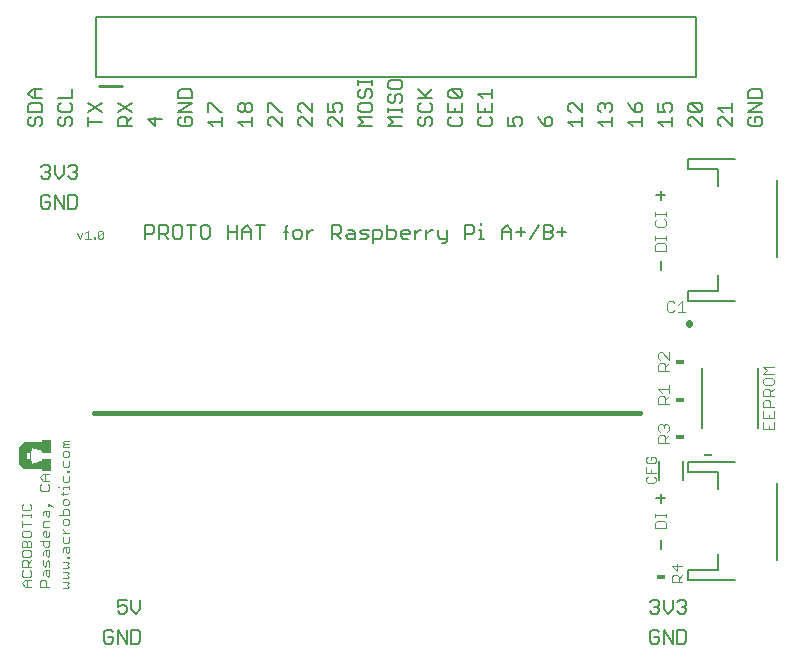
<source format=gto>
G75*
%MOIN*%
%OFA0B0*%
%FSLAX24Y24*%
%IPPOS*%
%LPD*%
%AMOC8*
5,1,8,0,0,1.08239X$1,22.5*
%
%ADD10C,0.0050*%
%ADD11C,0.0040*%
%ADD12C,0.0160*%
%ADD13C,0.0030*%
%ADD14C,0.0100*%
%ADD15C,0.0080*%
%ADD16C,0.0060*%
%ADD17R,0.0250X0.0100*%
%ADD18R,0.0300X0.0180*%
%ADD19C,0.0220*%
%ADD20C,0.0010*%
D10*
X003194Y001000D02*
X003269Y000925D01*
X003419Y000925D01*
X003494Y001000D01*
X003494Y001150D01*
X003344Y001150D01*
X003194Y001300D02*
X003194Y001000D01*
X003194Y001300D02*
X003269Y001375D01*
X003419Y001375D01*
X003494Y001300D01*
X003654Y001375D02*
X003654Y000925D01*
X003954Y000925D02*
X003954Y001375D01*
X004115Y001375D02*
X004340Y001375D01*
X004415Y001300D01*
X004415Y001000D01*
X004340Y000925D01*
X004115Y000925D01*
X004115Y001375D01*
X003654Y001375D02*
X003954Y000925D01*
X003879Y001925D02*
X003729Y001925D01*
X003654Y002000D01*
X003654Y002150D02*
X003804Y002225D01*
X003879Y002225D01*
X003954Y002150D01*
X003954Y002000D01*
X003879Y001925D01*
X004115Y002075D02*
X004265Y001925D01*
X004415Y002075D01*
X004415Y002375D01*
X004115Y002375D02*
X004115Y002075D01*
X003954Y002375D02*
X003654Y002375D01*
X003654Y002150D01*
X012176Y014275D02*
X012176Y014725D01*
X012401Y014725D01*
X012476Y014650D01*
X012476Y014500D01*
X012401Y014425D01*
X012176Y014425D01*
X012016Y014500D02*
X011941Y014575D01*
X011791Y014575D01*
X011716Y014650D01*
X011791Y014725D01*
X012016Y014725D01*
X012016Y014500D02*
X011941Y014425D01*
X011716Y014425D01*
X011555Y014425D02*
X011555Y014650D01*
X011480Y014725D01*
X011330Y014725D01*
X011330Y014575D02*
X011555Y014575D01*
X011555Y014425D02*
X011330Y014425D01*
X011255Y014500D01*
X011330Y014575D01*
X011095Y014650D02*
X011095Y014800D01*
X011020Y014875D01*
X010795Y014875D01*
X010795Y014425D01*
X010795Y014575D02*
X011020Y014575D01*
X011095Y014650D01*
X010945Y014575D02*
X011095Y014425D01*
X010176Y014725D02*
X010101Y014725D01*
X009951Y014575D01*
X009951Y014425D02*
X009951Y014725D01*
X009791Y014650D02*
X009791Y014500D01*
X009716Y014425D01*
X009565Y014425D01*
X009490Y014500D01*
X009490Y014650D01*
X009565Y014725D01*
X009716Y014725D01*
X009791Y014650D01*
X009334Y014650D02*
X009183Y014650D01*
X009259Y014800D02*
X009259Y014425D01*
X009259Y014800D02*
X009334Y014875D01*
X008563Y014875D02*
X008263Y014875D01*
X008413Y014875D02*
X008413Y014425D01*
X008103Y014425D02*
X008103Y014725D01*
X007952Y014875D01*
X007802Y014725D01*
X007802Y014425D01*
X007642Y014425D02*
X007642Y014875D01*
X007642Y014650D02*
X007342Y014650D01*
X007342Y014425D02*
X007342Y014875D01*
X007802Y014650D02*
X008103Y014650D01*
X006721Y014500D02*
X006721Y014800D01*
X006646Y014875D01*
X006496Y014875D01*
X006421Y014800D01*
X006421Y014500D01*
X006496Y014425D01*
X006646Y014425D01*
X006721Y014500D01*
X006261Y014875D02*
X005961Y014875D01*
X006111Y014875D02*
X006111Y014425D01*
X005801Y014500D02*
X005801Y014800D01*
X005726Y014875D01*
X005575Y014875D01*
X005500Y014800D01*
X005500Y014500D01*
X005575Y014425D01*
X005726Y014425D01*
X005801Y014500D01*
X005340Y014425D02*
X005190Y014575D01*
X005265Y014575D02*
X005040Y014575D01*
X005040Y014425D02*
X005040Y014875D01*
X005265Y014875D01*
X005340Y014800D01*
X005340Y014650D01*
X005265Y014575D01*
X004880Y014650D02*
X004805Y014575D01*
X004580Y014575D01*
X004580Y014425D02*
X004580Y014875D01*
X004805Y014875D01*
X004880Y014800D01*
X004880Y014650D01*
X002315Y015500D02*
X002315Y015800D01*
X002240Y015875D01*
X002015Y015875D01*
X002015Y015425D01*
X002240Y015425D01*
X002315Y015500D01*
X001854Y015425D02*
X001854Y015875D01*
X001554Y015875D02*
X001854Y015425D01*
X001554Y015425D02*
X001554Y015875D01*
X001394Y015800D02*
X001319Y015875D01*
X001169Y015875D01*
X001094Y015800D01*
X001094Y015500D01*
X001169Y015425D01*
X001319Y015425D01*
X001394Y015500D01*
X001394Y015650D01*
X001244Y015650D01*
X001319Y016425D02*
X001169Y016425D01*
X001094Y016500D01*
X001244Y016650D02*
X001319Y016650D01*
X001394Y016575D01*
X001394Y016500D01*
X001319Y016425D01*
X001319Y016650D02*
X001394Y016725D01*
X001394Y016800D01*
X001319Y016875D01*
X001169Y016875D01*
X001094Y016800D01*
X001554Y016875D02*
X001554Y016575D01*
X001704Y016425D01*
X001854Y016575D01*
X001854Y016875D01*
X002015Y016800D02*
X002090Y016875D01*
X002240Y016875D01*
X002315Y016800D01*
X002315Y016725D01*
X002240Y016650D01*
X002315Y016575D01*
X002315Y016500D01*
X002240Y016425D01*
X002090Y016425D01*
X002015Y016500D01*
X002165Y016650D02*
X002240Y016650D01*
X002050Y018175D02*
X002125Y018250D01*
X002125Y018400D01*
X002050Y018475D01*
X001975Y018475D01*
X001900Y018400D01*
X001900Y018250D01*
X001825Y018175D01*
X001750Y018175D01*
X001675Y018250D01*
X001675Y018400D01*
X001750Y018475D01*
X001750Y018635D02*
X002050Y018635D01*
X002125Y018710D01*
X002125Y018861D01*
X002050Y018936D01*
X002125Y019096D02*
X001675Y019096D01*
X001750Y018936D02*
X001675Y018861D01*
X001675Y018710D01*
X001750Y018635D01*
X002125Y019096D02*
X002125Y019396D01*
X002675Y018936D02*
X003125Y018635D01*
X003125Y018936D02*
X002675Y018635D01*
X002675Y018475D02*
X002675Y018175D01*
X002675Y018325D02*
X003125Y018325D01*
X003675Y018400D02*
X003675Y018175D01*
X004125Y018175D01*
X003975Y018175D02*
X003975Y018400D01*
X003900Y018475D01*
X003750Y018475D01*
X003675Y018400D01*
X003675Y018635D02*
X004125Y018936D01*
X004125Y018635D02*
X003675Y018936D01*
X004125Y018475D02*
X003975Y018325D01*
X004675Y018400D02*
X004900Y018175D01*
X004900Y018475D01*
X005125Y018400D02*
X004675Y018400D01*
X005675Y018400D02*
X005675Y018250D01*
X005750Y018175D01*
X006050Y018175D01*
X006125Y018250D01*
X006125Y018400D01*
X006050Y018475D01*
X005900Y018475D01*
X005900Y018325D01*
X005750Y018475D02*
X005675Y018400D01*
X005675Y018635D02*
X006125Y018936D01*
X005675Y018936D01*
X005675Y019096D02*
X005675Y019321D01*
X005750Y019396D01*
X006050Y019396D01*
X006125Y019321D01*
X006125Y019096D01*
X005675Y019096D01*
X005675Y018635D02*
X006125Y018635D01*
X006675Y018635D02*
X006675Y018936D01*
X006750Y018936D01*
X007050Y018635D01*
X007125Y018635D01*
X007125Y018475D02*
X007125Y018175D01*
X007125Y018325D02*
X006675Y018325D01*
X006825Y018175D01*
X007675Y018325D02*
X008125Y018325D01*
X008125Y018175D02*
X008125Y018475D01*
X008050Y018635D02*
X007975Y018635D01*
X007900Y018710D01*
X007900Y018861D01*
X007975Y018936D01*
X008050Y018936D01*
X008125Y018861D01*
X008125Y018710D01*
X008050Y018635D01*
X007900Y018710D02*
X007825Y018635D01*
X007750Y018635D01*
X007675Y018710D01*
X007675Y018861D01*
X007750Y018936D01*
X007825Y018936D01*
X007900Y018861D01*
X007675Y018325D02*
X007825Y018175D01*
X008675Y018250D02*
X008750Y018175D01*
X008675Y018250D02*
X008675Y018400D01*
X008750Y018475D01*
X008825Y018475D01*
X009125Y018175D01*
X009125Y018475D01*
X009125Y018635D02*
X009050Y018635D01*
X008750Y018936D01*
X008675Y018936D01*
X008675Y018635D01*
X009675Y018710D02*
X009750Y018635D01*
X009675Y018710D02*
X009675Y018861D01*
X009750Y018936D01*
X009825Y018936D01*
X010125Y018635D01*
X010125Y018936D01*
X010125Y018475D02*
X010125Y018175D01*
X009825Y018475D01*
X009750Y018475D01*
X009675Y018400D01*
X009675Y018250D01*
X009750Y018175D01*
X010675Y018250D02*
X010750Y018175D01*
X010675Y018250D02*
X010675Y018400D01*
X010750Y018475D01*
X010825Y018475D01*
X011125Y018175D01*
X011125Y018475D01*
X011050Y018635D02*
X011125Y018710D01*
X011125Y018861D01*
X011050Y018936D01*
X010900Y018936D01*
X010825Y018861D01*
X010825Y018786D01*
X010900Y018635D01*
X010675Y018635D01*
X010675Y018936D01*
X011675Y018861D02*
X011675Y018710D01*
X011750Y018635D01*
X012050Y018635D01*
X012125Y018710D01*
X012125Y018861D01*
X012050Y018936D01*
X011750Y018936D01*
X011675Y018861D01*
X011750Y019096D02*
X011825Y019096D01*
X011900Y019171D01*
X011900Y019321D01*
X011975Y019396D01*
X012050Y019396D01*
X012125Y019321D01*
X012125Y019171D01*
X012050Y019096D01*
X011750Y019096D02*
X011675Y019171D01*
X011675Y019321D01*
X011750Y019396D01*
X011675Y019556D02*
X011675Y019706D01*
X011675Y019631D02*
X012125Y019631D01*
X012125Y019556D02*
X012125Y019706D01*
X012675Y019628D02*
X012750Y019703D01*
X013050Y019703D01*
X013125Y019628D01*
X013125Y019478D01*
X013050Y019403D01*
X012750Y019403D01*
X012675Y019478D01*
X012675Y019628D01*
X012750Y019243D02*
X012675Y019168D01*
X012675Y019017D01*
X012750Y018942D01*
X012825Y018942D01*
X012900Y019017D01*
X012900Y019168D01*
X012975Y019243D01*
X013050Y019243D01*
X013125Y019168D01*
X013125Y019017D01*
X013050Y018942D01*
X013125Y018786D02*
X013125Y018635D01*
X013125Y018710D02*
X012675Y018710D01*
X012675Y018635D02*
X012675Y018786D01*
X012675Y018475D02*
X013125Y018475D01*
X013125Y018175D02*
X012675Y018175D01*
X012825Y018325D01*
X012675Y018475D01*
X012125Y018475D02*
X011675Y018475D01*
X011825Y018325D01*
X011675Y018175D01*
X012125Y018175D01*
X013675Y018250D02*
X013750Y018175D01*
X013825Y018175D01*
X013900Y018250D01*
X013900Y018400D01*
X013975Y018475D01*
X014050Y018475D01*
X014125Y018400D01*
X014125Y018250D01*
X014050Y018175D01*
X013750Y018475D02*
X013675Y018400D01*
X013675Y018250D01*
X013750Y018635D02*
X013675Y018710D01*
X013675Y018861D01*
X013750Y018936D01*
X013675Y019096D02*
X014125Y019096D01*
X013975Y019096D02*
X013675Y019396D01*
X013900Y019171D02*
X014125Y019396D01*
X014050Y018936D02*
X014125Y018861D01*
X014125Y018710D01*
X014050Y018635D01*
X013750Y018635D01*
X014675Y018635D02*
X015125Y018635D01*
X015125Y018936D01*
X015050Y019096D02*
X014750Y019396D01*
X015050Y019396D01*
X015125Y019321D01*
X015125Y019171D01*
X015050Y019096D01*
X014750Y019096D01*
X014675Y019171D01*
X014675Y019321D01*
X014750Y019396D01*
X014675Y018936D02*
X014675Y018635D01*
X014750Y018475D02*
X014675Y018400D01*
X014675Y018250D01*
X014750Y018175D01*
X015050Y018175D01*
X015125Y018250D01*
X015125Y018400D01*
X015050Y018475D01*
X014900Y018635D02*
X014900Y018786D01*
X015675Y018936D02*
X015675Y018635D01*
X016125Y018635D01*
X016125Y018936D01*
X016125Y019096D02*
X016125Y019396D01*
X016125Y019246D02*
X015675Y019246D01*
X015825Y019096D01*
X015900Y018786D02*
X015900Y018635D01*
X016050Y018475D02*
X016125Y018400D01*
X016125Y018250D01*
X016050Y018175D01*
X015750Y018175D01*
X015675Y018250D01*
X015675Y018400D01*
X015750Y018475D01*
X016675Y018475D02*
X016675Y018175D01*
X016900Y018175D01*
X016825Y018325D01*
X016825Y018400D01*
X016900Y018475D01*
X017050Y018475D01*
X017125Y018400D01*
X017125Y018250D01*
X017050Y018175D01*
X017675Y018475D02*
X017750Y018325D01*
X017900Y018175D01*
X017900Y018400D01*
X017975Y018475D01*
X018050Y018475D01*
X018125Y018400D01*
X018125Y018250D01*
X018050Y018175D01*
X017900Y018175D01*
X018675Y018325D02*
X018825Y018175D01*
X018675Y018325D02*
X019125Y018325D01*
X019125Y018175D02*
X019125Y018475D01*
X019125Y018635D02*
X018825Y018936D01*
X018750Y018936D01*
X018675Y018861D01*
X018675Y018710D01*
X018750Y018635D01*
X019125Y018635D02*
X019125Y018936D01*
X019675Y018861D02*
X019675Y018710D01*
X019750Y018635D01*
X019900Y018786D02*
X019900Y018861D01*
X019975Y018936D01*
X020050Y018936D01*
X020125Y018861D01*
X020125Y018710D01*
X020050Y018635D01*
X020125Y018475D02*
X020125Y018175D01*
X020125Y018325D02*
X019675Y018325D01*
X019825Y018175D01*
X019900Y018861D02*
X019825Y018936D01*
X019750Y018936D01*
X019675Y018861D01*
X020675Y018936D02*
X020750Y018786D01*
X020900Y018635D01*
X020900Y018861D01*
X020975Y018936D01*
X021050Y018936D01*
X021125Y018861D01*
X021125Y018710D01*
X021050Y018635D01*
X020900Y018635D01*
X021125Y018475D02*
X021125Y018175D01*
X021125Y018325D02*
X020675Y018325D01*
X020825Y018175D01*
X021675Y018325D02*
X022125Y018325D01*
X022125Y018175D02*
X022125Y018475D01*
X022050Y018635D02*
X022125Y018710D01*
X022125Y018861D01*
X022050Y018936D01*
X021900Y018936D01*
X021825Y018861D01*
X021825Y018786D01*
X021900Y018635D01*
X021675Y018635D01*
X021675Y018936D01*
X021675Y018325D02*
X021825Y018175D01*
X022675Y018250D02*
X022750Y018175D01*
X022675Y018250D02*
X022675Y018400D01*
X022750Y018475D01*
X022825Y018475D01*
X023125Y018175D01*
X023125Y018475D01*
X023050Y018635D02*
X022750Y018936D01*
X023050Y018936D01*
X023125Y018861D01*
X023125Y018710D01*
X023050Y018635D01*
X022750Y018635D01*
X022675Y018710D01*
X022675Y018861D01*
X022750Y018936D01*
X023675Y018786D02*
X024125Y018786D01*
X024125Y018936D02*
X024125Y018635D01*
X024125Y018475D02*
X024125Y018175D01*
X023825Y018475D01*
X023750Y018475D01*
X023675Y018400D01*
X023675Y018250D01*
X023750Y018175D01*
X023825Y018635D02*
X023675Y018786D01*
X024675Y018936D02*
X025125Y018936D01*
X024675Y018635D01*
X025125Y018635D01*
X025050Y018475D02*
X024900Y018475D01*
X024900Y018325D01*
X024750Y018175D02*
X025050Y018175D01*
X025125Y018250D01*
X025125Y018400D01*
X025050Y018475D01*
X024750Y018475D02*
X024675Y018400D01*
X024675Y018250D01*
X024750Y018175D01*
X024675Y019096D02*
X024675Y019321D01*
X024750Y019396D01*
X025050Y019396D01*
X025125Y019321D01*
X025125Y019096D01*
X024675Y019096D01*
X021750Y016025D02*
X021750Y015725D01*
X021600Y015875D02*
X021900Y015875D01*
X021750Y013675D02*
X021750Y013375D01*
X018615Y014650D02*
X018315Y014650D01*
X018154Y014575D02*
X018154Y014500D01*
X018079Y014425D01*
X017854Y014425D01*
X017854Y014875D01*
X018079Y014875D01*
X018154Y014800D01*
X018154Y014725D01*
X018079Y014650D01*
X017854Y014650D01*
X018079Y014650D02*
X018154Y014575D01*
X018465Y014500D02*
X018465Y014800D01*
X017694Y014875D02*
X017394Y014425D01*
X017234Y014650D02*
X016933Y014650D01*
X016773Y014650D02*
X016473Y014650D01*
X016473Y014725D02*
X016623Y014875D01*
X016773Y014725D01*
X016773Y014425D01*
X016473Y014425D02*
X016473Y014725D01*
X017084Y014800D02*
X017084Y014500D01*
X015856Y014425D02*
X015706Y014425D01*
X015781Y014425D02*
X015781Y014725D01*
X015706Y014725D01*
X015781Y014875D02*
X015781Y014950D01*
X015546Y014800D02*
X015546Y014650D01*
X015470Y014575D01*
X015245Y014575D01*
X015245Y014425D02*
X015245Y014875D01*
X015470Y014875D01*
X015546Y014800D01*
X014625Y014725D02*
X014625Y014350D01*
X014550Y014275D01*
X014475Y014275D01*
X014400Y014425D02*
X014625Y014425D01*
X014400Y014425D02*
X014325Y014500D01*
X014325Y014725D01*
X014166Y014725D02*
X014091Y014725D01*
X013941Y014575D01*
X013941Y014425D02*
X013941Y014725D01*
X013782Y014725D02*
X013707Y014725D01*
X013557Y014575D01*
X013557Y014425D02*
X013557Y014725D01*
X013397Y014650D02*
X013397Y014575D01*
X013097Y014575D01*
X013097Y014500D02*
X013097Y014650D01*
X013172Y014725D01*
X013322Y014725D01*
X013397Y014650D01*
X013322Y014425D02*
X013172Y014425D01*
X013097Y014500D01*
X012937Y014500D02*
X012937Y014650D01*
X012862Y014725D01*
X012636Y014725D01*
X012636Y014875D02*
X012636Y014425D01*
X012862Y014425D01*
X012937Y014500D01*
X021750Y005925D02*
X021750Y005625D01*
X021600Y005775D02*
X021900Y005775D01*
X021750Y004375D02*
X021750Y004075D01*
X021854Y002375D02*
X021854Y002075D01*
X022004Y001925D01*
X022154Y002075D01*
X022154Y002375D01*
X022315Y002300D02*
X022390Y002375D01*
X022540Y002375D01*
X022615Y002300D01*
X022615Y002225D01*
X022540Y002150D01*
X022615Y002075D01*
X022615Y002000D01*
X022540Y001925D01*
X022390Y001925D01*
X022315Y002000D01*
X022465Y002150D02*
X022540Y002150D01*
X022540Y001375D02*
X022315Y001375D01*
X022315Y000925D01*
X022540Y000925D01*
X022615Y001000D01*
X022615Y001300D01*
X022540Y001375D01*
X022154Y001375D02*
X022154Y000925D01*
X021854Y001375D01*
X021854Y000925D01*
X021694Y001000D02*
X021694Y001150D01*
X021544Y001150D01*
X021694Y001000D02*
X021619Y000925D01*
X021469Y000925D01*
X021394Y001000D01*
X021394Y001300D01*
X021469Y001375D01*
X021619Y001375D01*
X021694Y001300D01*
X021619Y001925D02*
X021469Y001925D01*
X021394Y002000D01*
X021544Y002150D02*
X021619Y002150D01*
X021694Y002075D01*
X021694Y002000D01*
X021619Y001925D01*
X021619Y002150D02*
X021694Y002225D01*
X021694Y002300D01*
X021619Y002375D01*
X021469Y002375D01*
X021394Y002300D01*
X001125Y018250D02*
X001050Y018175D01*
X001125Y018250D02*
X001125Y018400D01*
X001050Y018475D01*
X000975Y018475D01*
X000900Y018400D01*
X000900Y018250D01*
X000825Y018175D01*
X000750Y018175D01*
X000675Y018250D01*
X000675Y018400D01*
X000750Y018475D01*
X000675Y018635D02*
X000675Y018861D01*
X000750Y018936D01*
X001050Y018936D01*
X001125Y018861D01*
X001125Y018635D01*
X000675Y018635D01*
X000825Y019096D02*
X000675Y019246D01*
X000825Y019396D01*
X001125Y019396D01*
X000900Y019396D02*
X000900Y019096D01*
X000825Y019096D02*
X001125Y019096D01*
D11*
X000460Y002927D02*
X000566Y002820D01*
X000780Y002820D01*
X000620Y002820D02*
X000620Y003034D01*
X000566Y003034D02*
X000780Y003034D01*
X000727Y003151D02*
X000780Y003205D01*
X000780Y003312D01*
X000727Y003365D01*
X000780Y003483D02*
X000460Y003483D01*
X000460Y003643D01*
X000513Y003696D01*
X000620Y003696D01*
X000673Y003643D01*
X000673Y003483D01*
X000673Y003590D02*
X000780Y003696D01*
X000727Y003814D02*
X000780Y003868D01*
X000780Y003975D01*
X000727Y004028D01*
X000513Y004028D01*
X000460Y003975D01*
X000460Y003868D01*
X000513Y003814D01*
X000727Y003814D01*
X000780Y004146D02*
X000460Y004146D01*
X000460Y004306D01*
X000513Y004359D01*
X000566Y004359D01*
X000620Y004306D01*
X000620Y004146D01*
X000780Y004146D02*
X000780Y004306D01*
X000727Y004359D01*
X000673Y004359D01*
X000620Y004306D01*
X000513Y004477D02*
X000727Y004477D01*
X000780Y004531D01*
X000780Y004638D01*
X000727Y004691D01*
X000513Y004691D01*
X000460Y004638D01*
X000460Y004531D01*
X000513Y004477D01*
X000460Y004809D02*
X000460Y005022D01*
X000460Y004916D02*
X000780Y004916D01*
X001166Y004969D02*
X001220Y005022D01*
X001380Y005022D01*
X001327Y005140D02*
X001273Y005194D01*
X001273Y005354D01*
X001220Y005354D02*
X001380Y005354D01*
X001380Y005194D01*
X001327Y005140D01*
X001166Y005194D02*
X001166Y005301D01*
X001220Y005354D01*
X001327Y005525D02*
X001380Y005525D01*
X001380Y005579D01*
X001327Y005579D01*
X001327Y005525D01*
X001380Y005579D02*
X001487Y005472D01*
X001710Y005201D02*
X002030Y005201D01*
X002030Y005361D01*
X001977Y005414D01*
X001870Y005414D01*
X001816Y005361D01*
X001816Y005201D01*
X001870Y005083D02*
X001816Y005030D01*
X001816Y004923D01*
X001870Y004869D01*
X001977Y004869D01*
X002030Y004923D01*
X002030Y005030D01*
X001977Y005083D01*
X001870Y005083D01*
X001816Y004753D02*
X001816Y004700D01*
X001923Y004593D01*
X002030Y004593D02*
X001816Y004593D01*
X001816Y004475D02*
X001816Y004315D01*
X001870Y004262D01*
X001977Y004262D01*
X002030Y004315D01*
X002030Y004475D01*
X002030Y004144D02*
X002030Y003984D01*
X001977Y003930D01*
X001923Y003984D01*
X001923Y004144D01*
X001870Y004144D02*
X002030Y004144D01*
X001870Y004144D02*
X001816Y004090D01*
X001816Y003984D01*
X001977Y003818D02*
X002030Y003818D01*
X002030Y003764D01*
X001977Y003764D01*
X001977Y003818D01*
X001977Y003646D02*
X001816Y003646D01*
X001977Y003646D02*
X002030Y003593D01*
X001977Y003540D01*
X002030Y003486D01*
X001977Y003433D01*
X001816Y003433D01*
X001816Y003315D02*
X001977Y003315D01*
X002030Y003262D01*
X001977Y003208D01*
X002030Y003155D01*
X001977Y003101D01*
X001816Y003101D01*
X001816Y002984D02*
X001977Y002984D01*
X002030Y002930D01*
X001977Y002877D01*
X002030Y002823D01*
X001977Y002770D01*
X001816Y002770D01*
X001380Y002820D02*
X001060Y002820D01*
X001060Y002980D01*
X001113Y003034D01*
X001220Y003034D01*
X001273Y002980D01*
X001273Y002820D01*
X001327Y003151D02*
X001273Y003205D01*
X001273Y003365D01*
X001220Y003365D02*
X001380Y003365D01*
X001380Y003205D01*
X001327Y003151D01*
X001166Y003205D02*
X001166Y003312D01*
X001220Y003365D01*
X001220Y003483D02*
X001166Y003536D01*
X001166Y003696D01*
X001273Y003643D02*
X001273Y003536D01*
X001220Y003483D01*
X001380Y003483D02*
X001380Y003643D01*
X001327Y003696D01*
X001273Y003643D01*
X001327Y003814D02*
X001273Y003868D01*
X001273Y004028D01*
X001220Y004028D02*
X001380Y004028D01*
X001380Y003868D01*
X001327Y003814D01*
X001166Y003868D02*
X001166Y003975D01*
X001220Y004028D01*
X001220Y004146D02*
X001166Y004199D01*
X001166Y004359D01*
X001060Y004359D02*
X001380Y004359D01*
X001380Y004199D01*
X001327Y004146D01*
X001220Y004146D01*
X001220Y004477D02*
X001166Y004531D01*
X001166Y004638D01*
X001220Y004691D01*
X001273Y004691D01*
X001273Y004477D01*
X001220Y004477D02*
X001327Y004477D01*
X001380Y004531D01*
X001380Y004638D01*
X001380Y004809D02*
X001166Y004809D01*
X001166Y004969D01*
X000780Y005140D02*
X000780Y005247D01*
X000780Y005194D02*
X000460Y005194D01*
X000460Y005247D02*
X000460Y005140D01*
X000513Y005361D02*
X000727Y005361D01*
X000780Y005415D01*
X000780Y005522D01*
X000727Y005575D01*
X000513Y005575D02*
X000460Y005522D01*
X000460Y005415D01*
X000513Y005361D01*
X001113Y006024D02*
X001327Y006024D01*
X001380Y006078D01*
X001380Y006184D01*
X001327Y006238D01*
X001380Y006356D02*
X001166Y006356D01*
X001060Y006463D01*
X001166Y006569D01*
X001380Y006569D01*
X001220Y006569D02*
X001220Y006356D01*
X001113Y006238D02*
X001060Y006184D01*
X001060Y006078D01*
X001113Y006024D01*
X001656Y006138D02*
X001710Y006138D01*
X001816Y006138D02*
X002030Y006138D01*
X002030Y006085D02*
X002030Y006192D01*
X001977Y006306D02*
X002030Y006359D01*
X002030Y006519D01*
X002030Y006637D02*
X002030Y006691D01*
X001977Y006691D01*
X001977Y006637D01*
X002030Y006637D01*
X001977Y006803D02*
X002030Y006856D01*
X002030Y007017D01*
X001977Y007135D02*
X002030Y007188D01*
X002030Y007295D01*
X001977Y007348D01*
X001870Y007348D01*
X001816Y007295D01*
X001816Y007188D01*
X001870Y007135D01*
X001977Y007135D01*
X001816Y007017D02*
X001816Y006856D01*
X001870Y006803D01*
X001977Y006803D01*
X001816Y006519D02*
X001816Y006359D01*
X001870Y006306D01*
X001977Y006306D01*
X001816Y006138D02*
X001816Y006085D01*
X001816Y005971D02*
X001816Y005864D01*
X001763Y005917D02*
X001977Y005917D01*
X002030Y005971D01*
X001977Y005746D02*
X001870Y005746D01*
X001816Y005692D01*
X001816Y005586D01*
X001870Y005532D01*
X001977Y005532D01*
X002030Y005586D01*
X002030Y005692D01*
X001977Y005746D01*
X002030Y007466D02*
X001816Y007466D01*
X001816Y007519D01*
X001870Y007573D01*
X001816Y007626D01*
X001870Y007680D01*
X002030Y007680D01*
X002030Y007573D02*
X001870Y007573D01*
X000513Y003365D02*
X000460Y003312D01*
X000460Y003205D01*
X000513Y003151D01*
X000727Y003151D01*
X000566Y003034D02*
X000460Y002927D01*
X021270Y006329D02*
X021323Y006276D01*
X021537Y006276D01*
X021590Y006329D01*
X021590Y006436D01*
X021537Y006489D01*
X021590Y006607D02*
X021270Y006607D01*
X021270Y006821D01*
X021323Y006939D02*
X021537Y006939D01*
X021590Y006992D01*
X021590Y007099D01*
X021537Y007152D01*
X021430Y007152D01*
X021430Y007045D01*
X021323Y006939D02*
X021270Y006992D01*
X021270Y007099D01*
X021323Y007152D01*
X021430Y006714D02*
X021430Y006607D01*
X021323Y006489D02*
X021270Y006436D01*
X021270Y006329D01*
X021570Y005258D02*
X021570Y005138D01*
X021570Y005198D02*
X021930Y005198D01*
X021930Y005138D02*
X021930Y005258D01*
X021870Y005010D02*
X021630Y005010D01*
X021570Y004950D01*
X021570Y004770D01*
X021930Y004770D01*
X021930Y004950D01*
X021870Y005010D01*
X022300Y003579D02*
X022300Y003338D01*
X022120Y003518D01*
X022480Y003518D01*
X022480Y003210D02*
X022360Y003090D01*
X022360Y003150D02*
X022360Y002970D01*
X022480Y002970D02*
X022120Y002970D01*
X022120Y003150D01*
X022180Y003210D01*
X022300Y003210D01*
X022360Y003150D01*
X022030Y007620D02*
X021670Y007620D01*
X021670Y007800D01*
X021730Y007860D01*
X021850Y007860D01*
X021910Y007800D01*
X021910Y007620D01*
X021910Y007740D02*
X022030Y007860D01*
X021970Y007988D02*
X022030Y008048D01*
X022030Y008168D01*
X021970Y008229D01*
X021910Y008229D01*
X021850Y008168D01*
X021850Y008108D01*
X021850Y008168D02*
X021790Y008229D01*
X021730Y008229D01*
X021670Y008168D01*
X021670Y008048D01*
X021730Y007988D01*
X021670Y008920D02*
X021670Y009100D01*
X021730Y009160D01*
X021850Y009160D01*
X021910Y009100D01*
X021910Y008920D01*
X022030Y008920D02*
X021670Y008920D01*
X021910Y009040D02*
X022030Y009160D01*
X022030Y009288D02*
X022030Y009529D01*
X022030Y009408D02*
X021670Y009408D01*
X021790Y009288D01*
X021910Y010020D02*
X021910Y010200D01*
X021850Y010260D01*
X021730Y010260D01*
X021670Y010200D01*
X021670Y010020D01*
X022030Y010020D01*
X021910Y010140D02*
X022030Y010260D01*
X022030Y010388D02*
X021790Y010629D01*
X021730Y010629D01*
X021670Y010568D01*
X021670Y010448D01*
X021730Y010388D01*
X022030Y010388D02*
X022030Y010629D01*
X022030Y011970D02*
X021970Y012030D01*
X021970Y012270D01*
X022030Y012330D01*
X022150Y012330D01*
X022210Y012270D01*
X022338Y012210D02*
X022458Y012330D01*
X022458Y011970D01*
X022338Y011970D02*
X022579Y011970D01*
X022210Y012030D02*
X022150Y011970D01*
X022030Y011970D01*
X021930Y014020D02*
X021570Y014020D01*
X021570Y014200D01*
X021630Y014260D01*
X021870Y014260D01*
X021930Y014200D01*
X021930Y014020D01*
X021930Y014388D02*
X021930Y014508D01*
X021930Y014448D02*
X021570Y014448D01*
X021570Y014388D02*
X021570Y014508D01*
X021630Y014820D02*
X021870Y014820D01*
X021930Y014880D01*
X021930Y015000D01*
X021870Y015060D01*
X021930Y015188D02*
X021930Y015308D01*
X021930Y015248D02*
X021570Y015248D01*
X021570Y015188D02*
X021570Y015308D01*
X021630Y015060D02*
X021570Y015000D01*
X021570Y014880D01*
X021630Y014820D01*
X025170Y010152D02*
X025530Y010152D01*
X025530Y009912D02*
X025170Y009912D01*
X025290Y010032D01*
X025170Y010152D01*
X025230Y009783D02*
X025170Y009723D01*
X025170Y009603D01*
X025230Y009543D01*
X025470Y009543D01*
X025530Y009603D01*
X025530Y009723D01*
X025470Y009783D01*
X025230Y009783D01*
X025230Y009415D02*
X025350Y009415D01*
X025410Y009355D01*
X025410Y009175D01*
X025530Y009175D02*
X025170Y009175D01*
X025170Y009355D01*
X025230Y009415D01*
X025410Y009295D02*
X025530Y009415D01*
X025350Y009047D02*
X025410Y008987D01*
X025410Y008807D01*
X025530Y008807D02*
X025170Y008807D01*
X025170Y008987D01*
X025230Y009047D01*
X025350Y009047D01*
X025530Y008679D02*
X025530Y008438D01*
X025170Y008438D01*
X025170Y008679D01*
X025350Y008558D02*
X025350Y008438D01*
X025530Y008310D02*
X025530Y008070D01*
X025170Y008070D01*
X025170Y008310D01*
X025350Y008190D02*
X025350Y008070D01*
D12*
X021050Y008600D02*
X002850Y008600D01*
D13*
X002896Y014415D02*
X002851Y014415D01*
X002851Y014460D01*
X002896Y014460D01*
X002896Y014415D01*
X002989Y014460D02*
X003169Y014640D01*
X003169Y014460D01*
X003124Y014415D01*
X003034Y014415D01*
X002989Y014460D01*
X002989Y014640D01*
X003034Y014685D01*
X003124Y014685D01*
X003169Y014640D01*
X002755Y014415D02*
X002574Y014415D01*
X002664Y014415D02*
X002664Y014685D01*
X002574Y014595D01*
X002478Y014595D02*
X002388Y014415D01*
X002298Y014595D01*
D14*
X003045Y019519D02*
X003795Y019519D01*
D15*
X002945Y019819D02*
X002945Y021819D01*
X022945Y021819D01*
X022945Y019819D01*
X002945Y019819D01*
X021706Y007015D02*
X021706Y006385D01*
X022494Y006385D02*
X022494Y007015D01*
X022672Y006969D02*
X024247Y006969D01*
X023656Y006634D02*
X022672Y006634D01*
X022672Y006969D01*
X023656Y006634D02*
X023656Y006083D01*
X025625Y006280D02*
X025625Y003720D01*
X024247Y003031D02*
X022672Y003031D01*
X022672Y003366D01*
X023656Y003366D01*
X023656Y003917D01*
X024247Y012338D02*
X022672Y012338D01*
X022672Y012672D01*
X023656Y012672D01*
X023656Y013224D01*
X025625Y013814D02*
X025625Y016373D01*
X024247Y017062D02*
X022672Y017062D01*
X022672Y016728D01*
X023656Y016728D01*
X023656Y016176D01*
D16*
X023139Y010105D02*
X023139Y008095D01*
X024999Y008095D02*
X024999Y010105D01*
D17*
X023319Y007205D03*
D18*
X022400Y007800D03*
X022400Y009050D03*
X022400Y010300D03*
X021750Y003150D03*
D19*
X022700Y011588D02*
X022700Y011612D01*
D20*
X001400Y007700D02*
X001400Y007310D01*
X001140Y007310D01*
X001140Y007390D01*
X000770Y007480D01*
X000770Y007370D01*
X000740Y007370D01*
X000740Y007210D01*
X000720Y007210D01*
X000720Y007320D01*
X000590Y007320D01*
X000590Y007080D01*
X000720Y007080D01*
X000720Y007210D01*
X000740Y007210D01*
X000740Y007020D01*
X000770Y007020D01*
X000770Y006910D01*
X001140Y007020D01*
X001140Y007080D01*
X001400Y007080D01*
X001400Y006700D01*
X001140Y006700D01*
X001140Y006760D01*
X000530Y006760D01*
X000370Y006920D01*
X000370Y007470D01*
X000520Y007630D01*
X001140Y007630D01*
X001140Y007700D01*
X001400Y007700D01*
X001400Y007698D02*
X001140Y007698D01*
X001140Y007690D02*
X001400Y007690D01*
X001400Y007681D02*
X001140Y007681D01*
X001140Y007673D02*
X001400Y007673D01*
X001400Y007664D02*
X001140Y007664D01*
X001140Y007656D02*
X001400Y007656D01*
X001400Y007647D02*
X001140Y007647D01*
X001140Y007639D02*
X001400Y007639D01*
X001400Y007630D02*
X001140Y007630D01*
X001096Y007401D02*
X001400Y007401D01*
X001400Y007409D02*
X001061Y007409D01*
X001026Y007418D02*
X001400Y007418D01*
X001400Y007426D02*
X000991Y007426D01*
X000956Y007435D02*
X001400Y007435D01*
X001400Y007443D02*
X000921Y007443D01*
X000886Y007452D02*
X001400Y007452D01*
X001400Y007460D02*
X000851Y007460D01*
X000816Y007469D02*
X001400Y007469D01*
X001400Y007477D02*
X000781Y007477D01*
X000770Y007477D02*
X000377Y007477D01*
X000370Y007469D02*
X000770Y007469D01*
X000770Y007460D02*
X000370Y007460D01*
X000370Y007452D02*
X000770Y007452D01*
X000770Y007443D02*
X000370Y007443D01*
X000370Y007435D02*
X000770Y007435D01*
X000770Y007426D02*
X000370Y007426D01*
X000370Y007418D02*
X000770Y007418D01*
X000770Y007409D02*
X000370Y007409D01*
X000370Y007401D02*
X000770Y007401D01*
X000770Y007392D02*
X000370Y007392D01*
X000370Y007384D02*
X000770Y007384D01*
X000770Y007375D02*
X000370Y007375D01*
X000370Y007367D02*
X000740Y007367D01*
X000740Y007358D02*
X000370Y007358D01*
X000370Y007350D02*
X000740Y007350D01*
X000740Y007341D02*
X000370Y007341D01*
X000370Y007333D02*
X000740Y007333D01*
X000740Y007324D02*
X000370Y007324D01*
X000370Y007316D02*
X000590Y007316D01*
X000590Y007307D02*
X000370Y007307D01*
X000370Y007299D02*
X000590Y007299D01*
X000590Y007290D02*
X000370Y007290D01*
X000370Y007282D02*
X000590Y007282D01*
X000590Y007273D02*
X000370Y007273D01*
X000370Y007265D02*
X000590Y007265D01*
X000590Y007256D02*
X000370Y007256D01*
X000370Y007248D02*
X000590Y007248D01*
X000590Y007239D02*
X000370Y007239D01*
X000370Y007231D02*
X000590Y007231D01*
X000590Y007222D02*
X000370Y007222D01*
X000370Y007214D02*
X000590Y007214D01*
X000590Y007205D02*
X000370Y007205D01*
X000370Y007197D02*
X000590Y007197D01*
X000590Y007188D02*
X000370Y007188D01*
X000370Y007180D02*
X000590Y007180D01*
X000590Y007171D02*
X000370Y007171D01*
X000370Y007163D02*
X000590Y007163D01*
X000590Y007154D02*
X000370Y007154D01*
X000370Y007146D02*
X000590Y007146D01*
X000590Y007137D02*
X000370Y007137D01*
X000370Y007129D02*
X000590Y007129D01*
X000590Y007120D02*
X000370Y007120D01*
X000370Y007112D02*
X000590Y007112D01*
X000590Y007103D02*
X000370Y007103D01*
X000370Y007095D02*
X000590Y007095D01*
X000590Y007086D02*
X000370Y007086D01*
X000370Y007078D02*
X000740Y007078D01*
X000740Y007086D02*
X000720Y007086D01*
X000720Y007095D02*
X000740Y007095D01*
X000740Y007103D02*
X000720Y007103D01*
X000720Y007112D02*
X000740Y007112D01*
X000740Y007120D02*
X000720Y007120D01*
X000720Y007129D02*
X000740Y007129D01*
X000740Y007137D02*
X000720Y007137D01*
X000720Y007146D02*
X000740Y007146D01*
X000740Y007154D02*
X000720Y007154D01*
X000720Y007163D02*
X000740Y007163D01*
X000740Y007171D02*
X000720Y007171D01*
X000720Y007180D02*
X000740Y007180D01*
X000740Y007188D02*
X000720Y007188D01*
X000720Y007197D02*
X000740Y007197D01*
X000740Y007205D02*
X000720Y007205D01*
X000720Y007214D02*
X000740Y007214D01*
X000740Y007222D02*
X000720Y007222D01*
X000720Y007231D02*
X000740Y007231D01*
X000740Y007239D02*
X000720Y007239D01*
X000720Y007248D02*
X000740Y007248D01*
X000740Y007256D02*
X000720Y007256D01*
X000720Y007265D02*
X000740Y007265D01*
X000740Y007273D02*
X000720Y007273D01*
X000720Y007282D02*
X000740Y007282D01*
X000740Y007290D02*
X000720Y007290D01*
X000720Y007299D02*
X000740Y007299D01*
X000740Y007307D02*
X000720Y007307D01*
X000720Y007316D02*
X000740Y007316D01*
X000740Y007069D02*
X000370Y007069D01*
X000370Y007061D02*
X000740Y007061D01*
X000740Y007052D02*
X000370Y007052D01*
X000370Y007044D02*
X000740Y007044D01*
X000740Y007035D02*
X000370Y007035D01*
X000370Y007027D02*
X000740Y007027D01*
X000770Y007018D02*
X000370Y007018D01*
X000370Y007010D02*
X000770Y007010D01*
X000770Y007001D02*
X000370Y007001D01*
X000370Y006993D02*
X000770Y006993D01*
X000770Y006984D02*
X000370Y006984D01*
X000370Y006976D02*
X000770Y006976D01*
X000770Y006967D02*
X000370Y006967D01*
X000370Y006959D02*
X000770Y006959D01*
X000770Y006950D02*
X000370Y006950D01*
X000370Y006942D02*
X000770Y006942D01*
X000770Y006933D02*
X000370Y006933D01*
X000370Y006925D02*
X000770Y006925D01*
X000770Y006916D02*
X000374Y006916D01*
X000382Y006908D02*
X001400Y006908D01*
X001400Y006916D02*
X000791Y006916D01*
X000819Y006925D02*
X001400Y006925D01*
X001400Y006933D02*
X000848Y006933D01*
X000877Y006942D02*
X001400Y006942D01*
X001400Y006950D02*
X000905Y006950D01*
X000934Y006959D02*
X001400Y006959D01*
X001400Y006967D02*
X000962Y006967D01*
X000991Y006976D02*
X001400Y006976D01*
X001400Y006984D02*
X001020Y006984D01*
X001048Y006993D02*
X001400Y006993D01*
X001400Y007001D02*
X001077Y007001D01*
X001105Y007010D02*
X001400Y007010D01*
X001400Y007018D02*
X001134Y007018D01*
X001140Y007027D02*
X001400Y007027D01*
X001400Y007035D02*
X001140Y007035D01*
X001140Y007044D02*
X001400Y007044D01*
X001400Y007052D02*
X001140Y007052D01*
X001140Y007061D02*
X001400Y007061D01*
X001400Y007069D02*
X001140Y007069D01*
X001140Y007078D02*
X001400Y007078D01*
X001400Y006899D02*
X000391Y006899D01*
X000399Y006891D02*
X001400Y006891D01*
X001400Y006882D02*
X000408Y006882D01*
X000416Y006874D02*
X001400Y006874D01*
X001400Y006865D02*
X000425Y006865D01*
X000433Y006857D02*
X001400Y006857D01*
X001400Y006848D02*
X000442Y006848D01*
X000450Y006840D02*
X001400Y006840D01*
X001400Y006831D02*
X000459Y006831D01*
X000467Y006823D02*
X001400Y006823D01*
X001400Y006814D02*
X000476Y006814D01*
X000484Y006806D02*
X001400Y006806D01*
X001400Y006797D02*
X000493Y006797D01*
X000501Y006789D02*
X001400Y006789D01*
X001400Y006780D02*
X000510Y006780D01*
X000518Y006772D02*
X001400Y006772D01*
X001400Y006763D02*
X000527Y006763D01*
X001140Y006755D02*
X001400Y006755D01*
X001400Y006746D02*
X001140Y006746D01*
X001140Y006738D02*
X001400Y006738D01*
X001400Y006729D02*
X001140Y006729D01*
X001140Y006721D02*
X001400Y006721D01*
X001400Y006712D02*
X001140Y006712D01*
X001140Y006704D02*
X001400Y006704D01*
X001400Y007316D02*
X001140Y007316D01*
X001140Y007324D02*
X001400Y007324D01*
X001400Y007333D02*
X001140Y007333D01*
X001140Y007341D02*
X001400Y007341D01*
X001400Y007350D02*
X001140Y007350D01*
X001140Y007358D02*
X001400Y007358D01*
X001400Y007367D02*
X001140Y007367D01*
X001140Y007375D02*
X001400Y007375D01*
X001400Y007384D02*
X001140Y007384D01*
X001131Y007392D02*
X001400Y007392D01*
X001400Y007486D02*
X000385Y007486D01*
X000393Y007494D02*
X001400Y007494D01*
X001400Y007503D02*
X000401Y007503D01*
X000409Y007511D02*
X001400Y007511D01*
X001400Y007520D02*
X000417Y007520D01*
X000425Y007528D02*
X001400Y007528D01*
X001400Y007537D02*
X000433Y007537D01*
X000441Y007545D02*
X001400Y007545D01*
X001400Y007554D02*
X000448Y007554D01*
X000456Y007562D02*
X001400Y007562D01*
X001400Y007571D02*
X000464Y007571D01*
X000472Y007579D02*
X001400Y007579D01*
X001400Y007588D02*
X000480Y007588D01*
X000488Y007596D02*
X001400Y007596D01*
X001400Y007605D02*
X000496Y007605D01*
X000504Y007613D02*
X001400Y007613D01*
X001400Y007622D02*
X000512Y007622D01*
M02*

</source>
